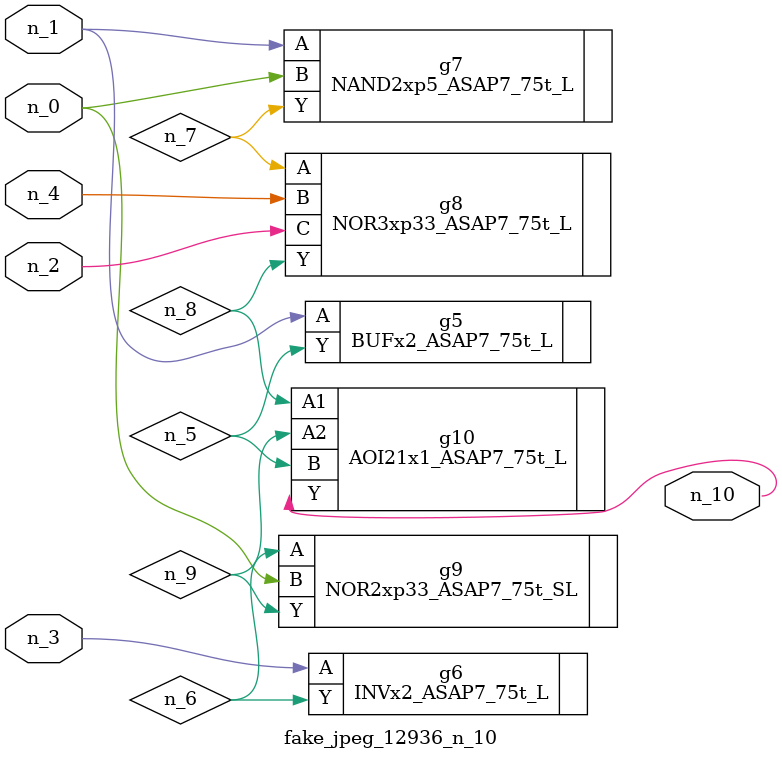
<source format=v>
module fake_jpeg_12936_n_10 (n_3, n_2, n_1, n_0, n_4, n_10);

input n_3;
input n_2;
input n_1;
input n_0;
input n_4;

output n_10;

wire n_8;
wire n_9;
wire n_6;
wire n_5;
wire n_7;

BUFx2_ASAP7_75t_L g5 ( 
.A(n_1),
.Y(n_5)
);

INVx2_ASAP7_75t_L g6 ( 
.A(n_3),
.Y(n_6)
);

NAND2xp5_ASAP7_75t_L g7 ( 
.A(n_1),
.B(n_0),
.Y(n_7)
);

NOR3xp33_ASAP7_75t_L g8 ( 
.A(n_7),
.B(n_4),
.C(n_2),
.Y(n_8)
);

AOI21x1_ASAP7_75t_L g10 ( 
.A1(n_8),
.A2(n_9),
.B(n_5),
.Y(n_10)
);

NOR2xp33_ASAP7_75t_SL g9 ( 
.A(n_6),
.B(n_0),
.Y(n_9)
);


endmodule
</source>
